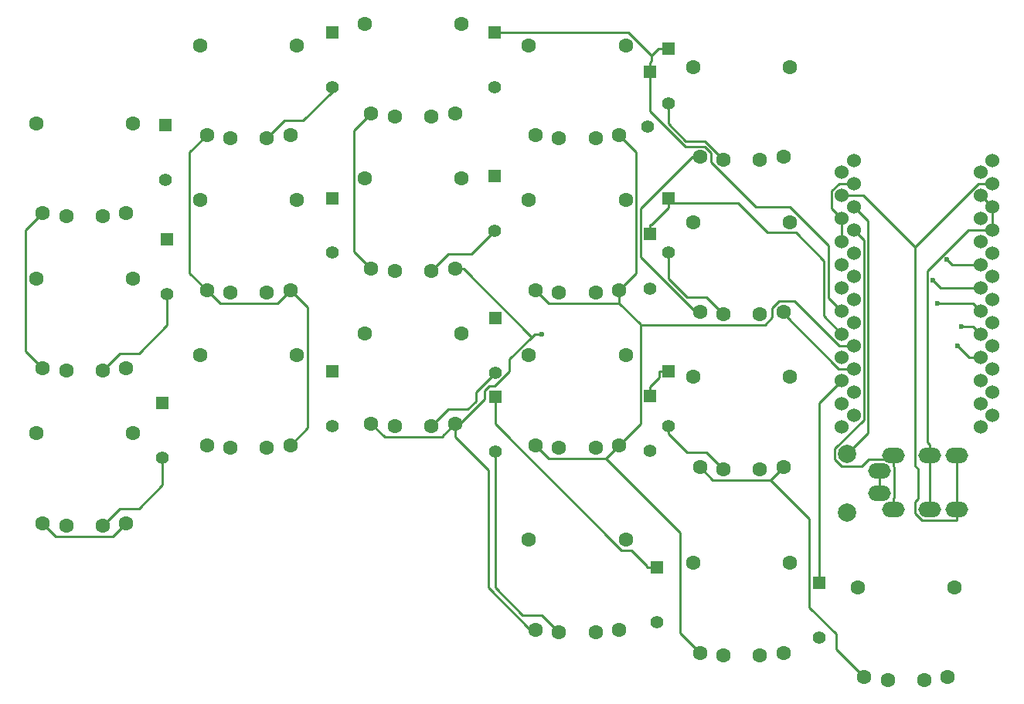
<source format=gbl>
G04 #@! TF.GenerationSoftware,KiCad,Pcbnew,(5.1.6-0-10_14)*
G04 #@! TF.CreationDate,2020-07-13T09:24:30+01:00*
G04 #@! TF.ProjectId,crabby,63726162-6279-42e6-9b69-6361645f7063,2.1*
G04 #@! TF.SameCoordinates,Original*
G04 #@! TF.FileFunction,Copper,L2,Bot*
G04 #@! TF.FilePolarity,Positive*
%FSLAX46Y46*%
G04 Gerber Fmt 4.6, Leading zero omitted, Abs format (unit mm)*
G04 Created by KiCad (PCBNEW (5.1.6-0-10_14)) date 2020-07-13 09:24:30*
%MOMM*%
%LPD*%
G01*
G04 APERTURE LIST*
G04 #@! TA.AperFunction,ComponentPad*
%ADD10C,1.600000*%
G04 #@! TD*
G04 #@! TA.AperFunction,ComponentPad*
%ADD11C,1.524000*%
G04 #@! TD*
G04 #@! TA.AperFunction,ComponentPad*
%ADD12C,2.000000*%
G04 #@! TD*
G04 #@! TA.AperFunction,ComponentPad*
%ADD13C,1.397000*%
G04 #@! TD*
G04 #@! TA.AperFunction,ComponentPad*
%ADD14R,1.397000X1.397000*%
G04 #@! TD*
G04 #@! TA.AperFunction,ComponentPad*
%ADD15O,2.500000X1.700000*%
G04 #@! TD*
G04 #@! TA.AperFunction,ViaPad*
%ADD16C,0.600000*%
G04 #@! TD*
G04 #@! TA.AperFunction,Conductor*
%ADD17C,0.250000*%
G04 #@! TD*
G04 APERTURE END LIST*
D10*
X56700000Y-23790000D03*
X67300000Y-23790000D03*
X64000000Y-33940000D03*
X57420000Y-33640000D03*
X60000000Y-33940000D03*
X66580000Y-33640000D03*
X110700000Y-80570000D03*
X121300000Y-80570000D03*
X118000000Y-90720000D03*
X111420000Y-90420000D03*
X114000000Y-90720000D03*
X120580000Y-90420000D03*
X74700000Y-55420000D03*
X85300000Y-55420000D03*
X82000000Y-65570000D03*
X75420000Y-65270000D03*
X78000000Y-65570000D03*
X84580000Y-65270000D03*
X110700000Y-26170000D03*
X121300000Y-26170000D03*
X118000000Y-36320000D03*
X111420000Y-36020000D03*
X114000000Y-36320000D03*
X120580000Y-36020000D03*
X110700000Y-60170000D03*
X121300000Y-60170000D03*
X118000000Y-70320000D03*
X111420000Y-70020000D03*
X114000000Y-70320000D03*
X120580000Y-70020000D03*
X92700000Y-78030000D03*
X103300000Y-78030000D03*
X100000000Y-88180000D03*
X93420000Y-87880000D03*
X96000000Y-88180000D03*
X102580000Y-87880000D03*
X128700000Y-83250000D03*
X139300000Y-83250000D03*
X136000000Y-93400000D03*
X129420000Y-93100000D03*
X132000000Y-93400000D03*
X138580000Y-93100000D03*
X92700000Y-57795000D03*
X103300000Y-57795000D03*
X100000000Y-67945000D03*
X93420000Y-67645000D03*
X96000000Y-67945000D03*
X102580000Y-67645000D03*
X56700000Y-57795000D03*
X67300000Y-57795000D03*
X64000000Y-67945000D03*
X57420000Y-67645000D03*
X60000000Y-67945000D03*
X66580000Y-67645000D03*
X38700000Y-66355000D03*
X49300000Y-66355000D03*
X46000000Y-76505000D03*
X39420000Y-76205000D03*
X42000000Y-76505000D03*
X48580000Y-76205000D03*
X110700000Y-43170000D03*
X121300000Y-43170000D03*
X118000000Y-53320000D03*
X111420000Y-53020000D03*
X114000000Y-53320000D03*
X120580000Y-53020000D03*
X92700000Y-40790000D03*
X103300000Y-40790000D03*
X100000000Y-50940000D03*
X93420000Y-50640000D03*
X96000000Y-50940000D03*
X102580000Y-50640000D03*
X74700000Y-38420000D03*
X85300000Y-38420000D03*
X82000000Y-48570000D03*
X75420000Y-48270000D03*
X78000000Y-48570000D03*
X84580000Y-48270000D03*
X56700000Y-40790000D03*
X67300000Y-40790000D03*
X64000000Y-50940000D03*
X57420000Y-50640000D03*
X60000000Y-50940000D03*
X66580000Y-50640000D03*
X38700000Y-49350000D03*
X49300000Y-49350000D03*
X46000000Y-59500000D03*
X39420000Y-59200000D03*
X42000000Y-59500000D03*
X48580000Y-59200000D03*
X92700000Y-23790000D03*
X103300000Y-23790000D03*
X100000000Y-33940000D03*
X93420000Y-33640000D03*
X96000000Y-33940000D03*
X102580000Y-33640000D03*
X74700000Y-21430000D03*
X85300000Y-21430000D03*
X82000000Y-31580000D03*
X75420000Y-31280000D03*
X78000000Y-31580000D03*
X84580000Y-31280000D03*
X38700000Y-32350000D03*
X49300000Y-32350000D03*
X46000000Y-42500000D03*
X39420000Y-42200000D03*
X42000000Y-42500000D03*
X48580000Y-42200000D03*
D11*
X128286400Y-36402000D03*
X128286400Y-38942000D03*
X128286400Y-41482000D03*
X128286400Y-44022000D03*
X128286400Y-46562000D03*
X128286400Y-49102000D03*
X128286400Y-51642000D03*
X128286400Y-54182000D03*
X128286400Y-56722000D03*
X128286400Y-59262000D03*
X128286400Y-61802000D03*
X128286400Y-64342000D03*
X143506400Y-64342000D03*
X143506400Y-61802000D03*
X143506400Y-59262000D03*
X143506400Y-56722000D03*
X143506400Y-54182000D03*
X143506400Y-51642000D03*
X143506400Y-49102000D03*
X143506400Y-46562000D03*
X143506400Y-44022000D03*
X143506400Y-41482000D03*
X143506400Y-38942000D03*
X143506400Y-36402000D03*
X126960000Y-37672000D03*
X126960000Y-40212000D03*
X126960000Y-42752000D03*
X126960000Y-45292000D03*
X126960000Y-47832000D03*
X126960000Y-50372000D03*
X126960000Y-52912000D03*
X126960000Y-55452000D03*
X126960000Y-57992000D03*
X126960000Y-60532000D03*
X126960000Y-63072000D03*
X126960000Y-65612000D03*
X142200000Y-65612000D03*
X142200000Y-63072000D03*
X142200000Y-60532000D03*
X142200000Y-57992000D03*
X142200000Y-55452000D03*
X142200000Y-52912000D03*
X142200000Y-50372000D03*
X142200000Y-47832000D03*
X142200000Y-45292000D03*
X142200000Y-42752000D03*
X142200000Y-40212000D03*
X142200000Y-37672000D03*
D12*
X127580000Y-68580000D03*
X127580000Y-75080000D03*
D13*
X108000000Y-65545000D03*
D14*
X108000000Y-59545000D03*
D15*
X132610000Y-68760000D03*
X131110000Y-72960000D03*
X139610000Y-68760000D03*
X136610000Y-68760000D03*
X139610000Y-74710000D03*
X136610000Y-74710000D03*
X132610000Y-74710000D03*
X131110000Y-70510000D03*
D13*
X52840000Y-38560000D03*
D14*
X52840000Y-32560000D03*
X71120000Y-22400000D03*
D13*
X71120000Y-28400000D03*
X88900000Y-28400000D03*
D14*
X88900000Y-22400000D03*
D13*
X105680000Y-32670000D03*
D14*
X106000000Y-26670000D03*
D13*
X107950000Y-30130000D03*
D14*
X107950000Y-24130000D03*
D13*
X53070000Y-51060000D03*
D14*
X53070000Y-45060000D03*
X71120000Y-40545000D03*
D13*
X71120000Y-46545000D03*
X88900000Y-44170000D03*
D14*
X88900000Y-38170000D03*
D13*
X106000000Y-50450000D03*
D14*
X106000000Y-44450000D03*
D13*
X108000000Y-46545000D03*
D14*
X108000000Y-40545000D03*
D13*
X52570000Y-68995000D03*
D14*
X52570000Y-62995000D03*
D13*
X71120000Y-65545000D03*
D14*
X71120000Y-59545000D03*
X89000000Y-53680000D03*
D13*
X89000000Y-59680000D03*
X106000000Y-68230000D03*
D14*
X106000000Y-62230000D03*
D13*
X89000000Y-68350000D03*
D14*
X89000000Y-62350000D03*
D13*
X106680000Y-87050000D03*
D14*
X106680000Y-81050000D03*
D13*
X124460000Y-88780000D03*
D14*
X124460000Y-82780000D03*
D16*
X138505600Y-47259000D03*
X136958600Y-49529000D03*
X137490700Y-52069500D03*
X140116000Y-54598500D03*
X94095800Y-55483300D03*
X139670800Y-56722000D03*
D17*
X106112100Y-24944100D02*
X103567900Y-22400000D01*
X103567900Y-22400000D02*
X88900000Y-22400000D01*
X106000000Y-25646200D02*
X106112100Y-25534100D01*
X106112100Y-25534100D02*
X106112100Y-24944200D01*
X106112100Y-24944200D02*
X106112100Y-24944100D01*
X106112100Y-24944100D02*
X106926200Y-24130000D01*
X107950000Y-24130000D02*
X106926200Y-24130000D01*
X106000000Y-26670000D02*
X106000000Y-25646200D01*
X106000000Y-26670000D02*
X106000000Y-31043500D01*
X106000000Y-31043500D02*
X109842600Y-34886100D01*
X109842600Y-34886100D02*
X111929200Y-34886100D01*
X111929200Y-34886100D02*
X112640700Y-35597600D01*
X112640700Y-35597600D02*
X112640700Y-36589000D01*
X112640700Y-36589000D02*
X117526900Y-41475200D01*
X117526900Y-41475200D02*
X121284500Y-41475200D01*
X121284500Y-41475200D02*
X125530800Y-45721500D01*
X125530800Y-45721500D02*
X125530800Y-51482800D01*
X125530800Y-51482800D02*
X126960000Y-52912000D01*
X108000000Y-41056900D02*
X115582700Y-41056900D01*
X115582700Y-41056900D02*
X118855700Y-44329900D01*
X118855700Y-44329900D02*
X121919400Y-44329900D01*
X121919400Y-44329900D02*
X125002600Y-47413100D01*
X125002600Y-47413100D02*
X125002600Y-53494700D01*
X125002600Y-53494700D02*
X125002700Y-53494700D01*
X125002700Y-53494700D02*
X126960000Y-55452000D01*
X108000000Y-41056900D02*
X108000000Y-41568800D01*
X108000000Y-40545000D02*
X108000000Y-41056900D01*
X106000000Y-44450000D02*
X106000000Y-43426200D01*
X108000000Y-41568800D02*
X106142600Y-43426200D01*
X106142600Y-43426200D02*
X106000000Y-43426200D01*
X108000000Y-59545000D02*
X106976200Y-59545000D01*
X106000000Y-62230000D02*
X106000000Y-61206200D01*
X106000000Y-61206200D02*
X106976200Y-60230000D01*
X106976200Y-60230000D02*
X106976200Y-59545000D01*
X71120000Y-28400000D02*
X71120000Y-28898500D01*
X71120000Y-28898500D02*
X67962800Y-32055700D01*
X67962800Y-32055700D02*
X65884300Y-32055700D01*
X65884300Y-32055700D02*
X64000000Y-33940000D01*
X106680000Y-81050000D02*
X105656200Y-81050000D01*
X89000000Y-62350000D02*
X89000000Y-65331600D01*
X89000000Y-65331600D02*
X102858300Y-79189900D01*
X102858300Y-79189900D02*
X103924100Y-79189900D01*
X103924100Y-79189900D02*
X105656200Y-80922000D01*
X105656200Y-80922000D02*
X105656200Y-81050000D01*
X124460000Y-82780000D02*
X124460000Y-63032000D01*
X124460000Y-63032000D02*
X126960000Y-60532000D01*
X107950000Y-30130000D02*
X107950000Y-32356600D01*
X107950000Y-32356600D02*
X109888800Y-34295400D01*
X109888800Y-34295400D02*
X111975400Y-34295400D01*
X111975400Y-34295400D02*
X114000000Y-36320000D01*
X53070000Y-51060000D02*
X53070000Y-54508800D01*
X53070000Y-54508800D02*
X49963100Y-57615700D01*
X49963100Y-57615700D02*
X47884300Y-57615700D01*
X47884300Y-57615700D02*
X46000000Y-59500000D01*
X88900000Y-44170000D02*
X86384300Y-46685700D01*
X86384300Y-46685700D02*
X83884300Y-46685700D01*
X83884300Y-46685700D02*
X82000000Y-48570000D01*
X114000000Y-53320000D02*
X112115700Y-51435700D01*
X112115700Y-51435700D02*
X110005400Y-51435700D01*
X110005400Y-51435700D02*
X108000000Y-49430300D01*
X108000000Y-49430300D02*
X108000000Y-46545000D01*
X52570000Y-68995000D02*
X52570000Y-72010800D01*
X52570000Y-72010800D02*
X49960100Y-74620700D01*
X49960100Y-74620700D02*
X47884300Y-74620700D01*
X47884300Y-74620700D02*
X46000000Y-76505000D01*
X89000000Y-59680000D02*
X86876200Y-61803800D01*
X86876200Y-61803800D02*
X86876200Y-62824500D01*
X86876200Y-62824500D02*
X86015000Y-63685700D01*
X86015000Y-63685700D02*
X83884300Y-63685700D01*
X83884300Y-63685700D02*
X82000000Y-65570000D01*
X108000000Y-65545000D02*
X108000000Y-66427300D01*
X108000000Y-66427300D02*
X110008400Y-68435700D01*
X110008400Y-68435700D02*
X112115700Y-68435700D01*
X112115700Y-68435700D02*
X114000000Y-70320000D01*
X96000000Y-88180000D02*
X94115700Y-86295700D01*
X94115700Y-86295700D02*
X92022900Y-86295700D01*
X92022900Y-86295700D02*
X89000000Y-83272800D01*
X89000000Y-83272800D02*
X89000000Y-68350000D01*
X143506400Y-44022000D02*
X140858300Y-44022000D01*
X140858300Y-44022000D02*
X136333300Y-48547000D01*
X136333300Y-48547000D02*
X136333300Y-67308000D01*
X136333300Y-67308000D02*
X136610000Y-67584700D01*
X136610000Y-68760000D02*
X136610000Y-67584700D01*
X128286400Y-38942000D02*
X126664700Y-38942000D01*
X126664700Y-38942000D02*
X125863600Y-39743100D01*
X125863600Y-39743100D02*
X125863600Y-41655600D01*
X125863600Y-41655600D02*
X126960000Y-42752000D01*
X136610000Y-74710000D02*
X136610000Y-68760000D01*
X143506400Y-41482000D02*
X143506400Y-44022000D01*
X142200000Y-40212000D02*
X142236400Y-40212000D01*
X142236400Y-40212000D02*
X143506400Y-41482000D01*
X126960000Y-45292000D02*
X126960000Y-42752000D01*
X132610000Y-69159900D02*
X129913200Y-69159900D01*
X129913200Y-69159900D02*
X129139200Y-69933900D01*
X129139200Y-69933900D02*
X126996900Y-69933900D01*
X126996900Y-69933900D02*
X126226700Y-69163700D01*
X126226700Y-69163700D02*
X126226700Y-68031000D01*
X126226700Y-68031000D02*
X129387100Y-64870600D01*
X129387100Y-64870600D02*
X129387100Y-45122700D01*
X129387100Y-45122700D02*
X128286400Y-44022000D01*
X132610000Y-69159900D02*
X132610000Y-69935300D01*
X132610000Y-68760000D02*
X132610000Y-69159900D01*
X132610000Y-74710000D02*
X132610000Y-73534700D01*
X132610000Y-73534700D02*
X132753600Y-73391100D01*
X132753600Y-73391100D02*
X132753600Y-70078900D01*
X132753600Y-70078900D02*
X132610000Y-69935300D01*
X142200000Y-47832000D02*
X139078600Y-47832000D01*
X139078600Y-47832000D02*
X138505600Y-47259000D01*
X142200000Y-50372000D02*
X137801600Y-50372000D01*
X137801600Y-50372000D02*
X136958600Y-49529000D01*
X48580000Y-76205000D02*
X47125100Y-77659900D01*
X47125100Y-77659900D02*
X40874900Y-77659900D01*
X40874900Y-77659900D02*
X39420000Y-76205000D01*
X39420000Y-42200000D02*
X37550000Y-44070000D01*
X37550000Y-44070000D02*
X37550000Y-57330000D01*
X37550000Y-57330000D02*
X39420000Y-59200000D01*
X142200000Y-52912000D02*
X141357500Y-52069500D01*
X141357500Y-52069500D02*
X137490700Y-52069500D01*
X66580000Y-50640000D02*
X65154600Y-52065400D01*
X65154600Y-52065400D02*
X58845400Y-52065400D01*
X58845400Y-52065400D02*
X57420000Y-50640000D01*
X66580000Y-50640000D02*
X68465500Y-52525500D01*
X68465500Y-52525500D02*
X68465500Y-65759500D01*
X68465500Y-65759500D02*
X66580000Y-67645000D01*
X57420000Y-50640000D02*
X55535900Y-48755900D01*
X55535900Y-48755900D02*
X55535900Y-35524100D01*
X55535900Y-35524100D02*
X57420000Y-33640000D01*
X142200000Y-55452000D02*
X141346500Y-54598500D01*
X141346500Y-54598500D02*
X140116000Y-54598500D01*
X93034900Y-55789500D02*
X90590400Y-58234000D01*
X90590400Y-58234000D02*
X90590400Y-59539200D01*
X90590400Y-59539200D02*
X88955300Y-61174300D01*
X88955300Y-61174300D02*
X88318100Y-61174300D01*
X88318100Y-61174300D02*
X87810700Y-61681700D01*
X87810700Y-61681700D02*
X87810700Y-62563600D01*
X87810700Y-62563600D02*
X85104300Y-65270000D01*
X85104300Y-65270000D02*
X84580000Y-65270000D01*
X94095800Y-55483300D02*
X93341100Y-55483300D01*
X93341100Y-55483300D02*
X93034900Y-55789500D01*
X93034900Y-55789500D02*
X85515400Y-48270000D01*
X85515400Y-48270000D02*
X84580000Y-48270000D01*
X92871400Y-87880000D02*
X93420000Y-87880000D01*
X84580000Y-65270000D02*
X83251900Y-66598100D01*
X83251900Y-66598100D02*
X83251900Y-66726200D01*
X83251900Y-66726200D02*
X76876200Y-66726200D01*
X76876200Y-66726200D02*
X75420000Y-65270000D01*
X75420000Y-48270000D02*
X73563300Y-46413300D01*
X73563300Y-46413300D02*
X73563300Y-33136700D01*
X73563300Y-33136700D02*
X75420000Y-31280000D01*
X84580000Y-65270000D02*
X84580000Y-66760000D01*
X84580000Y-66760000D02*
X88240700Y-70420700D01*
X88240700Y-70420700D02*
X88240700Y-83249300D01*
X88240700Y-83249300D02*
X92871400Y-87880000D01*
X142200000Y-57992000D02*
X140940800Y-57992000D01*
X140940800Y-57992000D02*
X139670800Y-56722000D01*
X102580000Y-52075400D02*
X102580000Y-50640000D01*
X104913200Y-54445500D02*
X104913200Y-54408600D01*
X104913200Y-54408600D02*
X102580000Y-52075400D01*
X102580000Y-52075400D02*
X94855400Y-52075400D01*
X94855400Y-52075400D02*
X93420000Y-50640000D01*
X104913200Y-54445500D02*
X104913200Y-65311800D01*
X104913200Y-65311800D02*
X102580000Y-67645000D01*
X128286400Y-56722000D02*
X126670600Y-56722000D01*
X126670600Y-56722000D02*
X121813600Y-51865000D01*
X121813600Y-51865000D02*
X120084100Y-51865000D01*
X120084100Y-51865000D02*
X119330700Y-52618400D01*
X119330700Y-52618400D02*
X119330700Y-53646100D01*
X119330700Y-53646100D02*
X118531300Y-54445500D01*
X118531300Y-54445500D02*
X104913200Y-54445500D01*
X101145900Y-69079100D02*
X94854100Y-69079100D01*
X94854100Y-69079100D02*
X93420000Y-67645000D01*
X102580000Y-67645000D02*
X101145900Y-69079100D01*
X101145900Y-69079100D02*
X109281600Y-77214800D01*
X109281600Y-77214800D02*
X109281600Y-88281600D01*
X109281600Y-88281600D02*
X111420000Y-90420000D01*
X102580000Y-50640000D02*
X104425400Y-48794600D01*
X104425400Y-48794600D02*
X104425400Y-35485400D01*
X104425400Y-35485400D02*
X102580000Y-33640000D01*
X128286400Y-59262000D02*
X126639000Y-59262000D01*
X126639000Y-59262000D02*
X120580000Y-53203000D01*
X120580000Y-53203000D02*
X120580000Y-53020000D01*
X119143500Y-71456500D02*
X112856500Y-71456500D01*
X112856500Y-71456500D02*
X111420000Y-70020000D01*
X120580000Y-70020000D02*
X119143500Y-71456500D01*
X119143500Y-71456500D02*
X123436100Y-75749100D01*
X123436100Y-75749100D02*
X123436100Y-85461000D01*
X123436100Y-85461000D02*
X126331600Y-88356500D01*
X126331600Y-88356500D02*
X126331600Y-90011600D01*
X126331600Y-90011600D02*
X129420000Y-93100000D01*
X111420000Y-36020000D02*
X110636900Y-36020000D01*
X110636900Y-36020000D02*
X104976100Y-41680800D01*
X104976100Y-41680800D02*
X104976100Y-47043300D01*
X104976100Y-47043300D02*
X110952800Y-53020000D01*
X110952800Y-53020000D02*
X111420000Y-53020000D01*
X134985800Y-45881500D02*
X141925300Y-38942000D01*
X141925300Y-38942000D02*
X143506400Y-38942000D01*
X139610000Y-75885300D02*
X135722800Y-75885300D01*
X135722800Y-75885300D02*
X135003600Y-75166100D01*
X135003600Y-75166100D02*
X135003600Y-73866400D01*
X135003600Y-73866400D02*
X135361700Y-73508300D01*
X135361700Y-73508300D02*
X135361700Y-70261700D01*
X135361700Y-70261700D02*
X134985800Y-69885800D01*
X134985800Y-69885800D02*
X134985800Y-45881500D01*
X126960000Y-40212000D02*
X129316300Y-40212000D01*
X129316300Y-40212000D02*
X134985800Y-45881500D01*
X139610000Y-74710000D02*
X139610000Y-75885300D01*
X139610000Y-68760000D02*
X139610000Y-74710000D01*
X127580000Y-68580000D02*
X129837500Y-66322500D01*
X129837500Y-66322500D02*
X129837500Y-43033100D01*
X129837500Y-43033100D02*
X128286400Y-41482000D01*
X131110000Y-70510000D02*
X131110000Y-72960000D01*
M02*

</source>
